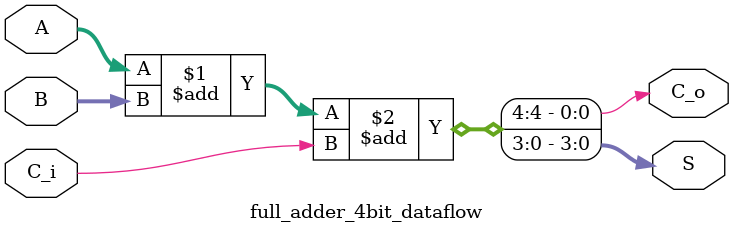
<source format=v>
`timescale 1ns / 1ps

module and_gate(
    input A,
    input B,
    output F
    );
	
	and(F, A, B);
endmodule

module half_adder_structural(
	input A, B,
	output S, C
	);

	xor(S, A, B);
	and(C, A, B);
	
endmodule

module half_adder_dataflow(
	input A, B,
	output S, C
	);

	assign C = A&B;
	assign S = A^B;
	
endmodule
	
module half_adder_behaviaral(
	input A, B,
	output reg S, C
	);

	always@(A,B) begin
		case({A,B})
			2'b00: begin S=0; C = 0; end
			2'b01: begin S=1; C = 0; end
			2'b10: begin S=1; C = 0; end
			2'b11: begin S=0; C = 1; end
		endcase
	end
	
endmodule

module full_adder_structural(
	input A, B, C_i,
	output S, C_o
	);
	
	wire s_0, c_0, c_1;
	
	half_adder ha0(A, B, s0, c_0);
	half_adder ha1(s0, C_i, S, c_1);
	assign C_o = c_0|c_1;
endmodule

module full_adder_dataflow(
	input A, B, C_i,
	output S, C_o
	);
	
	assign S = A^B^C_i;
	assign C_o = (C_i&(A^B))|(A&B);
endmodule

module full_adder_4bit(
	input [3:0] A, B,
	output [3:0] S,
	output C_o
	);
	
	wire [2:0]C;
	
	full_adder_dataflow fa0(A[0], B[0], 1'b0, S[0], C[0]);
	full_adder_dataflow fa1(A[1], B[1], C[0], S[1], C[1]);
	full_adder_dataflow fa2(A[2], B[2], C[1], S[2], C[2]);
	full_adder_dataflow fa3(A[3], B[3], C[2], S[3], C_o);
	
endmodule

module full_adder_4bit_dataflow(
	input [3:0] A, B,
	input 		C_i,
	output [3:0] S,
	output C_o
	);
	
	assign {C_o, S} = A+B+C_i;
endmodule

</source>
